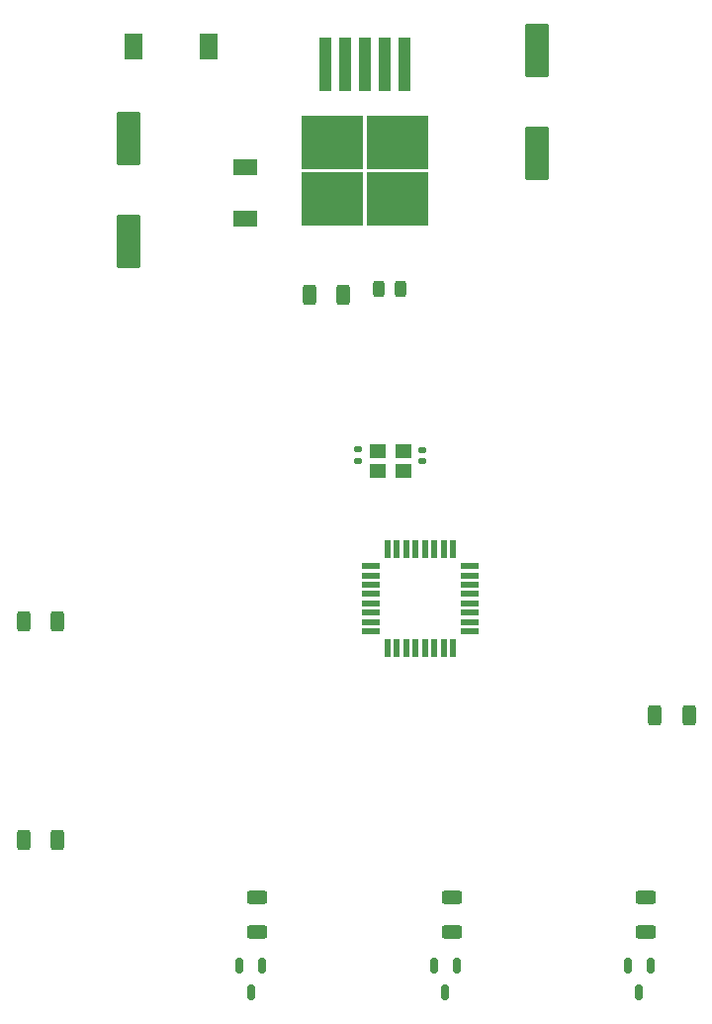
<source format=gbr>
%TF.GenerationSoftware,KiCad,Pcbnew,6.0.11-2627ca5db0~126~ubuntu22.04.1*%
%TF.CreationDate,2023-04-10T22:11:35+02:00*%
%TF.ProjectId,Slicor_carte_commande,536c6963-6f72-45f6-9361-7274655f636f,rev?*%
%TF.SameCoordinates,Original*%
%TF.FileFunction,Paste,Top*%
%TF.FilePolarity,Positive*%
%FSLAX46Y46*%
G04 Gerber Fmt 4.6, Leading zero omitted, Abs format (unit mm)*
G04 Created by KiCad (PCBNEW 6.0.11-2627ca5db0~126~ubuntu22.04.1) date 2023-04-10 22:11:35*
%MOMM*%
%LPD*%
G01*
G04 APERTURE LIST*
G04 Aperture macros list*
%AMRoundRect*
0 Rectangle with rounded corners*
0 $1 Rounding radius*
0 $2 $3 $4 $5 $6 $7 $8 $9 X,Y pos of 4 corners*
0 Add a 4 corners polygon primitive as box body*
4,1,4,$2,$3,$4,$5,$6,$7,$8,$9,$2,$3,0*
0 Add four circle primitives for the rounded corners*
1,1,$1+$1,$2,$3*
1,1,$1+$1,$4,$5*
1,1,$1+$1,$6,$7*
1,1,$1+$1,$8,$9*
0 Add four rect primitives between the rounded corners*
20,1,$1+$1,$2,$3,$4,$5,0*
20,1,$1+$1,$4,$5,$6,$7,0*
20,1,$1+$1,$6,$7,$8,$9,0*
20,1,$1+$1,$8,$9,$2,$3,0*%
G04 Aperture macros list end*
%ADD10R,1.100000X4.600000*%
%ADD11R,5.250000X4.550000*%
%ADD12RoundRect,0.250001X-0.799999X2.049999X-0.799999X-2.049999X0.799999X-2.049999X0.799999X2.049999X0*%
%ADD13RoundRect,0.150000X-0.150000X0.512500X-0.150000X-0.512500X0.150000X-0.512500X0.150000X0.512500X0*%
%ADD14RoundRect,0.140000X-0.170000X0.140000X-0.170000X-0.140000X0.170000X-0.140000X0.170000X0.140000X0*%
%ADD15RoundRect,0.250000X-0.312500X-0.625000X0.312500X-0.625000X0.312500X0.625000X-0.312500X0.625000X0*%
%ADD16R,2.100000X1.400000*%
%ADD17R,0.550000X1.600000*%
%ADD18R,1.600000X0.550000*%
%ADD19RoundRect,0.250000X-0.625000X0.312500X-0.625000X-0.312500X0.625000X-0.312500X0.625000X0.312500X0*%
%ADD20R,1.500000X2.200000*%
%ADD21RoundRect,0.243750X0.243750X0.456250X-0.243750X0.456250X-0.243750X-0.456250X0.243750X-0.456250X0*%
%ADD22RoundRect,0.250000X0.312500X0.625000X-0.312500X0.625000X-0.312500X-0.625000X0.312500X-0.625000X0*%
%ADD23R,1.400000X1.200000*%
G04 APERTURE END LIST*
D10*
%TO.C,U1*%
X69375000Y-31725000D03*
X71075000Y-31725000D03*
X72775000Y-31725000D03*
X74475000Y-31725000D03*
X76175000Y-31725000D03*
D11*
X75550000Y-43300000D03*
X75550000Y-38450000D03*
X70000000Y-38450000D03*
X70000000Y-43300000D03*
%TD*%
D12*
%TO.C,C2*%
X52500000Y-38100000D03*
X52500000Y-46900000D03*
%TD*%
D13*
%TO.C,Q2*%
X80600000Y-108862500D03*
X78700000Y-108862500D03*
X79650000Y-111137500D03*
%TD*%
D14*
%TO.C,C4*%
X72175000Y-64725000D03*
X72175000Y-65685000D03*
%TD*%
D15*
%TO.C,R2*%
X43537500Y-98170000D03*
X46462500Y-98170000D03*
%TD*%
D16*
%TO.C,D5*%
X62500000Y-40600000D03*
X62500000Y-45000000D03*
%TD*%
D15*
%TO.C,R6*%
X68000000Y-51510000D03*
X70925000Y-51510000D03*
%TD*%
D17*
%TO.C,uC1*%
X80300000Y-73250000D03*
X79500000Y-73250000D03*
X78700000Y-73250000D03*
X77900000Y-73250000D03*
X77100000Y-73250000D03*
X76300000Y-73250000D03*
X75500000Y-73250000D03*
X74700000Y-73250000D03*
D18*
X73250000Y-74700000D03*
X73250000Y-75500000D03*
X73250000Y-76300000D03*
X73250000Y-77100000D03*
X73250000Y-77900000D03*
X73250000Y-78700000D03*
X73250000Y-79500000D03*
X73250000Y-80300000D03*
D17*
X74700000Y-81750000D03*
X75500000Y-81750000D03*
X76300000Y-81750000D03*
X77100000Y-81750000D03*
X77900000Y-81750000D03*
X78700000Y-81750000D03*
X79500000Y-81750000D03*
X80300000Y-81750000D03*
D18*
X81750000Y-80300000D03*
X81750000Y-79500000D03*
X81750000Y-78700000D03*
X81750000Y-77900000D03*
X81750000Y-77100000D03*
X81750000Y-76300000D03*
X81750000Y-75500000D03*
X81750000Y-74700000D03*
%TD*%
D19*
%TO.C,R3*%
X63500000Y-103075000D03*
X63500000Y-106000000D03*
%TD*%
D20*
%TO.C,L1*%
X59390000Y-30260000D03*
X52990000Y-30260000D03*
%TD*%
D19*
%TO.C,R5*%
X96830000Y-103075000D03*
X96830000Y-106000000D03*
%TD*%
D14*
%TO.C,C3*%
X77675000Y-64745000D03*
X77675000Y-65705000D03*
%TD*%
D19*
%TO.C,R4*%
X80230000Y-103075000D03*
X80230000Y-106000000D03*
%TD*%
D12*
%TO.C,C1*%
X87500000Y-30600000D03*
X87500000Y-39400000D03*
%TD*%
D21*
%TO.C,D1*%
X75812500Y-51000000D03*
X73937500Y-51000000D03*
%TD*%
D22*
%TO.C,R13*%
X100500000Y-87500000D03*
X97575000Y-87500000D03*
%TD*%
D23*
%TO.C,Y1*%
X76025000Y-66575000D03*
X73825000Y-66575000D03*
X73825000Y-64875000D03*
X76025000Y-64875000D03*
%TD*%
D13*
%TO.C,Q1*%
X63950000Y-108862500D03*
X62050000Y-108862500D03*
X63000000Y-111137500D03*
%TD*%
D15*
%TO.C,R1*%
X43537500Y-79420000D03*
X46462500Y-79420000D03*
%TD*%
D13*
%TO.C,Q3*%
X97200000Y-108862500D03*
X95300000Y-108862500D03*
X96250000Y-111137500D03*
%TD*%
M02*

</source>
